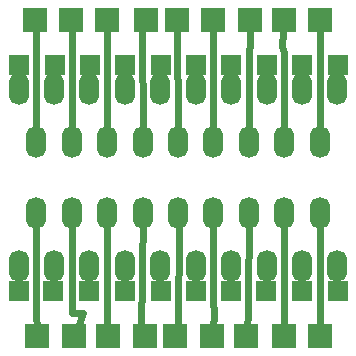
<source format=gtl>
G04 (created by PCBNEW (2013-07-07 BZR 4022)-stable) date 17/06/2015 19:17:38*
%MOIN*%
G04 Gerber Fmt 3.4, Leading zero omitted, Abs format*
%FSLAX34Y34*%
G01*
G70*
G90*
G04 APERTURE LIST*
%ADD10C,0.00590551*%
%ADD11R,0.0669291X0.0669291*%
%ADD12R,0.0787402X0.0787402*%
%ADD13O,0.0669291X0.106299*%
%ADD14C,0.024*%
%ADD15C,0.01*%
G04 APERTURE END LIST*
G54D10*
G54D11*
X53750Y-55300D03*
X54950Y-55300D03*
X56125Y-55300D03*
X57300Y-55300D03*
X58475Y-55300D03*
X59650Y-55300D03*
X60825Y-55300D03*
X62025Y-55300D03*
X63200Y-55300D03*
X64375Y-55300D03*
G54D12*
X54350Y-64325D03*
X55575Y-64325D03*
X56725Y-64325D03*
X57950Y-64325D03*
X58950Y-64325D03*
X60175Y-64325D03*
X61325Y-64325D03*
X62600Y-64325D03*
X63800Y-64325D03*
X54300Y-53800D03*
X55500Y-53800D03*
X56700Y-53800D03*
X57975Y-53800D03*
X59025Y-53800D03*
X60225Y-53800D03*
X61450Y-53800D03*
X62575Y-53800D03*
X63775Y-53800D03*
G54D11*
X53750Y-62825D03*
X54900Y-62825D03*
X56100Y-62825D03*
X57275Y-62825D03*
X58475Y-62825D03*
X59650Y-62850D03*
X60825Y-62825D03*
X62000Y-62825D03*
X63175Y-62850D03*
X64375Y-62825D03*
G54D13*
X53740Y-56102D03*
X54921Y-56102D03*
X56102Y-56102D03*
X57283Y-56102D03*
X58464Y-56102D03*
X59645Y-56102D03*
X60826Y-56102D03*
X62007Y-56102D03*
X63188Y-56102D03*
X64370Y-56102D03*
X53740Y-62007D03*
X54921Y-62007D03*
X56102Y-62007D03*
X57283Y-62007D03*
X58464Y-62007D03*
X59645Y-62007D03*
X60826Y-62007D03*
X62007Y-62007D03*
X63188Y-62007D03*
X64370Y-62007D03*
X54330Y-57874D03*
X55514Y-57874D03*
X56696Y-57874D03*
X57877Y-57874D03*
X59058Y-57874D03*
X60239Y-57874D03*
X61420Y-57874D03*
X62601Y-57874D03*
X63782Y-57874D03*
X54330Y-60236D03*
X55514Y-60236D03*
X56696Y-60236D03*
X57877Y-60236D03*
X59058Y-60236D03*
X60239Y-60236D03*
X61420Y-60236D03*
X62601Y-60236D03*
X63782Y-60236D03*
G54D14*
X59058Y-57874D02*
X59025Y-53650D01*
X59025Y-53650D02*
X59025Y-53650D01*
G54D15*
X59025Y-53650D02*
X59025Y-53650D01*
G54D14*
X63782Y-57874D02*
X63782Y-54597D01*
X63782Y-54597D02*
X63775Y-53775D01*
X62601Y-57874D02*
X62601Y-54916D01*
X62601Y-54916D02*
X62525Y-54675D01*
X62525Y-54675D02*
X62575Y-53750D01*
X61420Y-57874D02*
X61420Y-54985D01*
X61420Y-54985D02*
X61450Y-54500D01*
X61450Y-54500D02*
X61450Y-53825D01*
X60239Y-57874D02*
X60239Y-55304D01*
X60225Y-54600D02*
X60225Y-53725D01*
X60239Y-55304D02*
X60225Y-54600D01*
X54330Y-60236D02*
X54330Y-63395D01*
X54330Y-63395D02*
X54350Y-64300D01*
X57877Y-57874D02*
X57862Y-53912D01*
X57862Y-53912D02*
X57975Y-53800D01*
X56696Y-57874D02*
X56696Y-55099D01*
X56696Y-55099D02*
X56700Y-54600D01*
X56700Y-54600D02*
X56700Y-53775D01*
X55514Y-57874D02*
X55514Y-55030D01*
X55514Y-55030D02*
X55525Y-54525D01*
X55525Y-54525D02*
X55500Y-53750D01*
X54330Y-57874D02*
X54330Y-54464D01*
X54330Y-54464D02*
X54300Y-53775D01*
X63782Y-60236D02*
X63782Y-63262D01*
X63782Y-63262D02*
X63800Y-64300D01*
X62601Y-60236D02*
X62601Y-62943D01*
X62601Y-62943D02*
X62600Y-63500D01*
X62600Y-63500D02*
X62600Y-64375D01*
X61420Y-60236D02*
X61390Y-63305D01*
X61390Y-63305D02*
X61400Y-63625D01*
X61400Y-63625D02*
X61325Y-64350D01*
X60239Y-60236D02*
X60215Y-63055D01*
X60250Y-63675D02*
X60175Y-64325D01*
G54D15*
X60175Y-64325D02*
X60175Y-64325D01*
G54D14*
X60215Y-63055D02*
X60250Y-63675D01*
X59083Y-60386D02*
X59044Y-64230D01*
X59044Y-64230D02*
X58950Y-64325D01*
G54D15*
X58955Y-64319D02*
X58950Y-64325D01*
G54D14*
X57877Y-60236D02*
X57837Y-64212D01*
X57837Y-64212D02*
X57950Y-64325D01*
G54D15*
X57774Y-64149D02*
X57950Y-64325D01*
G54D14*
X56696Y-60236D02*
X56690Y-63180D01*
X56690Y-63180D02*
X56700Y-63600D01*
X56700Y-63600D02*
X56725Y-64450D01*
X55514Y-60236D02*
X55515Y-63580D01*
X55515Y-63580D02*
X55885Y-63580D01*
X55885Y-63580D02*
X55575Y-64400D01*
M02*

</source>
